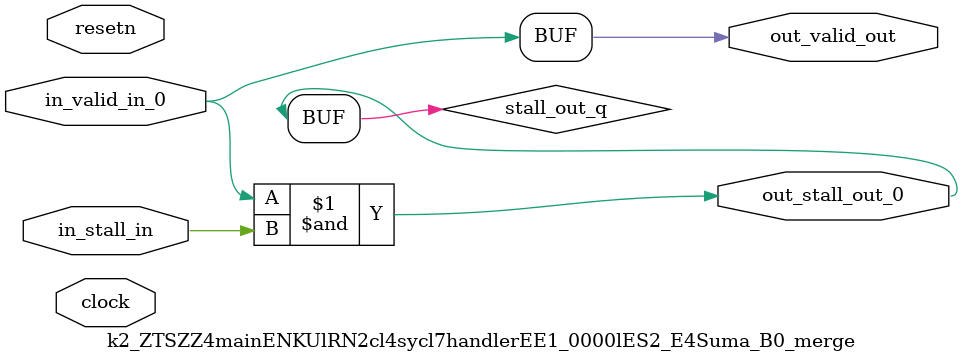
<source format=sv>



(* altera_attribute = "-name AUTO_SHIFT_REGISTER_RECOGNITION OFF; -name MESSAGE_DISABLE 10036; -name MESSAGE_DISABLE 10037; -name MESSAGE_DISABLE 14130; -name MESSAGE_DISABLE 14320; -name MESSAGE_DISABLE 15400; -name MESSAGE_DISABLE 14130; -name MESSAGE_DISABLE 10036; -name MESSAGE_DISABLE 12020; -name MESSAGE_DISABLE 12030; -name MESSAGE_DISABLE 12010; -name MESSAGE_DISABLE 12110; -name MESSAGE_DISABLE 14320; -name MESSAGE_DISABLE 13410; -name MESSAGE_DISABLE 113007; -name MESSAGE_DISABLE 10958" *)
module k2_ZTSZZ4mainENKUlRN2cl4sycl7handlerEE1_0000lES2_E4Suma_B0_merge (
    input wire [0:0] in_stall_in,
    input wire [0:0] in_valid_in_0,
    output wire [0:0] out_stall_out_0,
    output wire [0:0] out_valid_out,
    input wire clock,
    input wire resetn
    );

    wire [0:0] stall_out_q;


    // stall_out(LOGICAL,6)
    assign stall_out_q = in_valid_in_0 & in_stall_in;

    // out_stall_out_0(GPOUT,4)
    assign out_stall_out_0 = stall_out_q;

    // out_valid_out(GPOUT,5)
    assign out_valid_out = in_valid_in_0;

endmodule

</source>
